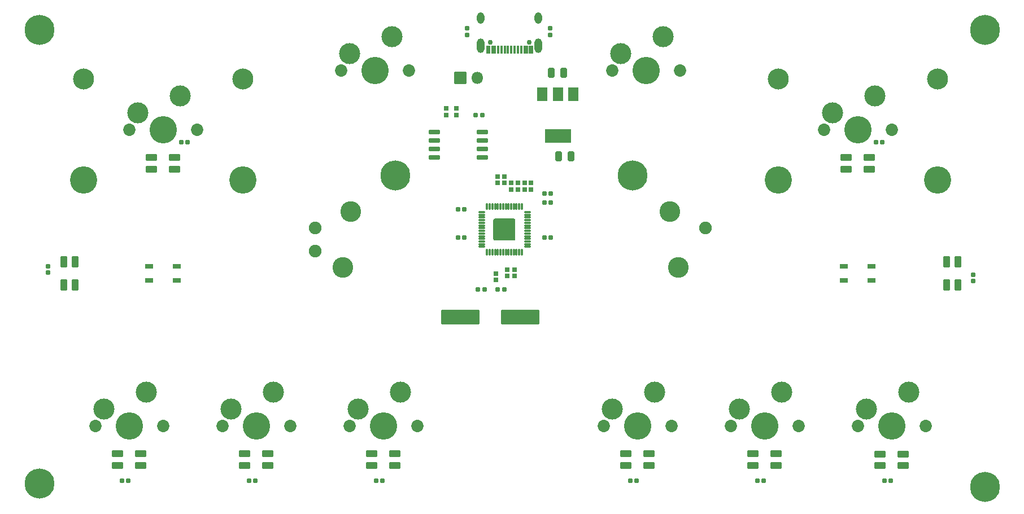
<source format=gbr>
G04 #@! TF.GenerationSoftware,KiCad,Pcbnew,(6.0.5)*
G04 #@! TF.CreationDate,2022-06-09T18:29:16+02:00*
G04 #@! TF.ProjectId,minigeki,6d696e69-6765-46b6-992e-6b696361645f,v3.0*
G04 #@! TF.SameCoordinates,Original*
G04 #@! TF.FileFunction,Soldermask,Top*
G04 #@! TF.FilePolarity,Negative*
%FSLAX46Y46*%
G04 Gerber Fmt 4.6, Leading zero omitted, Abs format (unit mm)*
G04 Created by KiCad (PCBNEW (6.0.5)) date 2022-06-09 18:29:16*
%MOMM*%
%LPD*%
G01*
G04 APERTURE LIST*
G04 Aperture macros list*
%AMRoundRect*
0 Rectangle with rounded corners*
0 $1 Rounding radius*
0 $2 $3 $4 $5 $6 $7 $8 $9 X,Y pos of 4 corners*
0 Add a 4 corners polygon primitive as box body*
4,1,4,$2,$3,$4,$5,$6,$7,$8,$9,$2,$3,0*
0 Add four circle primitives for the rounded corners*
1,1,$1+$1,$2,$3*
1,1,$1+$1,$4,$5*
1,1,$1+$1,$6,$7*
1,1,$1+$1,$8,$9*
0 Add four rect primitives between the rounded corners*
20,1,$1+$1,$2,$3,$4,$5,0*
20,1,$1+$1,$4,$5,$6,$7,0*
20,1,$1+$1,$6,$7,$8,$9,0*
20,1,$1+$1,$8,$9,$2,$3,0*%
G04 Aperture macros list end*
%ADD10RoundRect,0.294750X-0.243750X-0.456250X0.243750X-0.456250X0.243750X0.456250X-0.243750X0.456250X0*%
%ADD11RoundRect,0.051000X0.850000X-0.850000X0.850000X0.850000X-0.850000X0.850000X-0.850000X-0.850000X0*%
%ADD12O,1.802000X1.802000*%
%ADD13RoundRect,0.198500X0.172500X-0.147500X0.172500X0.147500X-0.172500X0.147500X-0.172500X-0.147500X0*%
%ADD14RoundRect,0.198500X0.147500X0.172500X-0.147500X0.172500X-0.147500X-0.172500X0.147500X-0.172500X0*%
%ADD15RoundRect,0.198500X-0.172500X0.147500X-0.172500X-0.147500X0.172500X-0.147500X0.172500X0.147500X0*%
%ADD16RoundRect,0.051000X-0.750000X1.000000X-0.750000X-1.000000X0.750000X-1.000000X0.750000X1.000000X0*%
%ADD17RoundRect,0.051000X-1.900000X1.000000X-1.900000X-1.000000X1.900000X-1.000000X1.900000X1.000000X0*%
%ADD18RoundRect,0.201000X-0.650000X-0.150000X0.650000X-0.150000X0.650000X0.150000X-0.650000X0.150000X0*%
%ADD19RoundRect,0.198500X-0.147500X-0.172500X0.147500X-0.172500X0.147500X0.172500X-0.147500X0.172500X0*%
%ADD20RoundRect,0.101000X-0.387500X-0.050000X0.387500X-0.050000X0.387500X0.050000X-0.387500X0.050000X0*%
%ADD21RoundRect,0.101000X-0.050000X-0.387500X0.050000X-0.387500X0.050000X0.387500X-0.050000X0.387500X0*%
%ADD22RoundRect,0.195000X-1.456000X-1.456000X1.456000X-1.456000X1.456000X1.456000X-1.456000X1.456000X0*%
%ADD23RoundRect,0.051000X-2.800000X-1.050000X2.800000X-1.050000X2.800000X1.050000X-2.800000X1.050000X0*%
%ADD24RoundRect,0.191000X0.140000X0.170000X-0.140000X0.170000X-0.140000X-0.170000X0.140000X-0.170000X0*%
%ADD25C,2.702000*%
%ADD26C,4.502000*%
%ADD27C,3.150000*%
%ADD28C,4.089800*%
%ADD29RoundRect,0.051000X0.800000X0.425000X-0.800000X0.425000X-0.800000X-0.425000X0.800000X-0.425000X0*%
%ADD30RoundRect,0.191000X-0.170000X0.140000X-0.170000X-0.140000X0.170000X-0.140000X0.170000X0.140000X0*%
%ADD31C,1.902000*%
%ADD32C,3.102000*%
%ADD33RoundRect,0.051000X-0.525000X-0.325000X0.525000X-0.325000X0.525000X0.325000X-0.525000X0.325000X0*%
%ADD34RoundRect,0.051000X-0.800000X-0.425000X0.800000X-0.425000X0.800000X0.425000X-0.800000X0.425000X0*%
%ADD35C,3.152000*%
%ADD36C,1.852000*%
%ADD37C,4.102000*%
%ADD38RoundRect,0.186000X-0.185000X0.135000X-0.185000X-0.135000X0.185000X-0.135000X0.185000X0.135000X0*%
%ADD39RoundRect,0.051000X-0.425000X0.800000X-0.425000X-0.800000X0.425000X-0.800000X0.425000X0.800000X0*%
%ADD40RoundRect,0.191000X-0.140000X-0.170000X0.140000X-0.170000X0.140000X0.170000X-0.140000X0.170000X0*%
%ADD41C,0.752000*%
%ADD42RoundRect,0.051000X0.150000X0.575000X-0.150000X0.575000X-0.150000X-0.575000X0.150000X-0.575000X0*%
%ADD43O,1.102000X2.202000*%
%ADD44O,1.102000X1.702000*%
%ADD45RoundRect,0.191000X0.170000X-0.140000X0.170000X0.140000X-0.170000X0.140000X-0.170000X-0.140000X0*%
%ADD46RoundRect,0.051000X0.425000X-0.800000X0.425000X0.800000X-0.425000X0.800000X-0.425000X-0.800000X0*%
G04 APERTURE END LIST*
D10*
X156403304Y-73582000D03*
X158278304Y-73582000D03*
D11*
X141722820Y-61871125D03*
D12*
X144262820Y-61871125D03*
D13*
X152315804Y-78582000D03*
X152315804Y-77612000D03*
X151315804Y-78582000D03*
X151315804Y-77612000D03*
D14*
X142315804Y-85782000D03*
X141345804Y-85782000D03*
X144985804Y-67412000D03*
X144015804Y-67412000D03*
D15*
X139561304Y-66412000D03*
X139561304Y-67382000D03*
D16*
X158615804Y-64282000D03*
D17*
X156315804Y-70582000D03*
D16*
X156315804Y-64282000D03*
X154015804Y-64282000D03*
D18*
X137765804Y-69952000D03*
X137765804Y-71222000D03*
X137765804Y-72492000D03*
X137765804Y-73762000D03*
X144965804Y-73762000D03*
X144965804Y-72492000D03*
X144965804Y-71222000D03*
X144965804Y-69952000D03*
D19*
X147315804Y-93582000D03*
X148285804Y-93582000D03*
D13*
X141085304Y-67382000D03*
X141085304Y-66412000D03*
X148315804Y-77582000D03*
X148315804Y-76612000D03*
D19*
X154315804Y-85782000D03*
X155285804Y-85782000D03*
D15*
X148696804Y-90582000D03*
X148696804Y-91552000D03*
X149315804Y-77612000D03*
X149315804Y-78582000D03*
X149815804Y-90582000D03*
X149815804Y-91552000D03*
D10*
X155315804Y-61082000D03*
X157190804Y-61082000D03*
D14*
X142315804Y-81582000D03*
X141345804Y-81582000D03*
D19*
X154315804Y-79182000D03*
X155285804Y-79182000D03*
D20*
X144878304Y-81982000D03*
X144878304Y-82382000D03*
X144878304Y-82782000D03*
X144878304Y-83182000D03*
X144878304Y-83582000D03*
X144878304Y-83982000D03*
X144878304Y-84382000D03*
X144878304Y-84782000D03*
X144878304Y-85182000D03*
X144878304Y-85582000D03*
X144878304Y-85982000D03*
X144878304Y-86382000D03*
X144878304Y-86782000D03*
X144878304Y-87182000D03*
D21*
X145715804Y-88019500D03*
X146115804Y-88019500D03*
X146515804Y-88019500D03*
X146915804Y-88019500D03*
X147315804Y-88019500D03*
X147715804Y-88019500D03*
X148115804Y-88019500D03*
X148515804Y-88019500D03*
X148915804Y-88019500D03*
X149315804Y-88019500D03*
X149715804Y-88019500D03*
X150115804Y-88019500D03*
X150515804Y-88019500D03*
X150915804Y-88019500D03*
D20*
X151753304Y-87182000D03*
X151753304Y-86782000D03*
X151753304Y-86382000D03*
X151753304Y-85982000D03*
X151753304Y-85582000D03*
X151753304Y-85182000D03*
X151753304Y-84782000D03*
X151753304Y-84382000D03*
X151753304Y-83982000D03*
X151753304Y-83582000D03*
X151753304Y-83182000D03*
X151753304Y-82782000D03*
X151753304Y-82382000D03*
X151753304Y-81982000D03*
D21*
X150915804Y-81144500D03*
X150515804Y-81144500D03*
X150115804Y-81144500D03*
X149715804Y-81144500D03*
X149315804Y-81144500D03*
X148915804Y-81144500D03*
X148515804Y-81144500D03*
X148115804Y-81144500D03*
X147715804Y-81144500D03*
X147315804Y-81144500D03*
X146915804Y-81144500D03*
X146515804Y-81144500D03*
X146115804Y-81144500D03*
X145715804Y-81144500D03*
D22*
X148315804Y-84582000D03*
D14*
X145315804Y-93582000D03*
X144345804Y-93582000D03*
D15*
X150315804Y-77612000D03*
X150315804Y-78582000D03*
D13*
X147315804Y-77582000D03*
X147315804Y-76612000D03*
D19*
X154315804Y-80582000D03*
X155285804Y-80582000D03*
D15*
X147015804Y-91212000D03*
X147015804Y-92182000D03*
D23*
X141656804Y-97698000D03*
X150656804Y-97698000D03*
D24*
X110958304Y-122301000D03*
X109998304Y-122301000D03*
D25*
X220333304Y-54610000D03*
D26*
X220333304Y-54610000D03*
D27*
X109081304Y-61976000D03*
D28*
X85205304Y-77186000D03*
X109081304Y-77186000D03*
D27*
X85205304Y-61976000D03*
D24*
X168108304Y-122301000D03*
X167148304Y-122301000D03*
D29*
X131913304Y-120001000D03*
X131913304Y-118251000D03*
X128413304Y-118251000D03*
X128413304Y-120001000D03*
X170013304Y-120001000D03*
X170013304Y-118251000D03*
X166513304Y-118251000D03*
X166513304Y-120001000D03*
D24*
X130008304Y-122301000D03*
X129048304Y-122301000D03*
D30*
X218613304Y-91341000D03*
X218613304Y-92301000D03*
D31*
X119963304Y-84356000D03*
X119963304Y-87856000D03*
X178463304Y-84356000D03*
D32*
X173113304Y-81906000D03*
X125313304Y-81906000D03*
X124053304Y-90306000D03*
X174373304Y-90306000D03*
D33*
X199208304Y-90111000D03*
X203358304Y-90111000D03*
X199208304Y-92261000D03*
X203358304Y-92261000D03*
D34*
X199533304Y-73801000D03*
X199533304Y-75551000D03*
X203033304Y-75551000D03*
X203033304Y-73801000D03*
D35*
X165723304Y-58166000D03*
D36*
X164453304Y-60706000D03*
X174613304Y-60706000D03*
D35*
X172073304Y-55626000D03*
D37*
X169533304Y-60706000D03*
D29*
X93813304Y-120001000D03*
X93813304Y-118251000D03*
X90313304Y-118251000D03*
X90313304Y-120001000D03*
D38*
X142747804Y-54417000D03*
X142747804Y-55437000D03*
D29*
X112863304Y-120001000D03*
X112863304Y-118251000D03*
X109363304Y-118251000D03*
X109363304Y-120001000D03*
D26*
X167501304Y-76454000D03*
D25*
X167501304Y-76454000D03*
D35*
X99683304Y-64516000D03*
D36*
X92063304Y-69596000D03*
D35*
X93333304Y-67056000D03*
D37*
X97143304Y-69596000D03*
D36*
X102223304Y-69596000D03*
D39*
X216313304Y-89436000D03*
X214563304Y-89436000D03*
X214563304Y-92936000D03*
X216313304Y-92936000D03*
D40*
X99838304Y-71501000D03*
X100798304Y-71501000D03*
D29*
X208113304Y-120031000D03*
X208113304Y-118281000D03*
X204613304Y-118281000D03*
X204613304Y-120031000D03*
D24*
X206208304Y-122301000D03*
X205248304Y-122301000D03*
D41*
X151987804Y-56514000D03*
X146207804Y-56514000D03*
D42*
X152447804Y-57579000D03*
X151647804Y-57579000D03*
X150347804Y-57579000D03*
X149347804Y-57579000D03*
X148847804Y-57579000D03*
X147847804Y-57579000D03*
X146547804Y-57579000D03*
X145747804Y-57579000D03*
X146047804Y-57579000D03*
X146847804Y-57579000D03*
X147347804Y-57579000D03*
X148347804Y-57579000D03*
X149847804Y-57579000D03*
X150847804Y-57579000D03*
X151347804Y-57579000D03*
X152147804Y-57579000D03*
D43*
X144777804Y-57014000D03*
D44*
X144777804Y-52834000D03*
X153417804Y-52834000D03*
D43*
X153417804Y-57014000D03*
D35*
X132703304Y-108966000D03*
D36*
X125083304Y-114046000D03*
D37*
X130163304Y-114046000D03*
D36*
X135243304Y-114046000D03*
D35*
X126353304Y-111506000D03*
D24*
X91908304Y-122301000D03*
X90948304Y-122301000D03*
D45*
X79923304Y-91031000D03*
X79923304Y-90071000D03*
D38*
X155193804Y-54417000D03*
X155193804Y-55437000D03*
D36*
X182233304Y-114046000D03*
X192393304Y-114046000D03*
D35*
X189853304Y-108966000D03*
X183503304Y-111506000D03*
D37*
X187313304Y-114046000D03*
D24*
X187158304Y-122301000D03*
X186198304Y-122301000D03*
D27*
X213221304Y-61976000D03*
X189345304Y-61976000D03*
D28*
X189345304Y-77186000D03*
X213221304Y-77186000D03*
D35*
X94603304Y-108966000D03*
X88253304Y-111506000D03*
D37*
X92063304Y-114046000D03*
D36*
X97143304Y-114046000D03*
X86983304Y-114046000D03*
D29*
X189063304Y-120001000D03*
X189063304Y-118251000D03*
X185563304Y-118251000D03*
X185563304Y-120001000D03*
D26*
X131941304Y-76454000D03*
D25*
X131941304Y-76454000D03*
D36*
X106033304Y-114046000D03*
D37*
X111113304Y-114046000D03*
D35*
X107303304Y-111506000D03*
D36*
X116193304Y-114046000D03*
D35*
X113653304Y-108966000D03*
D36*
X196203304Y-69596000D03*
D35*
X197473304Y-67056000D03*
D36*
X206363304Y-69596000D03*
D35*
X203823304Y-64516000D03*
D37*
X201283304Y-69596000D03*
D26*
X78601304Y-54610000D03*
D25*
X78601304Y-54610000D03*
D34*
X95393304Y-73801000D03*
X95393304Y-75551000D03*
X98893304Y-75551000D03*
X98893304Y-73801000D03*
D35*
X170803304Y-108966000D03*
D36*
X173343304Y-114046000D03*
X163183304Y-114046000D03*
D35*
X164453304Y-111506000D03*
D37*
X168263304Y-114046000D03*
D33*
X99218304Y-90111000D03*
X95068304Y-90111000D03*
X95068304Y-92261000D03*
X99218304Y-92261000D03*
D40*
X203978304Y-71501000D03*
X204938304Y-71501000D03*
D25*
X78601304Y-122682000D03*
D26*
X78601304Y-122682000D03*
D35*
X125083304Y-58166000D03*
D36*
X123813304Y-60706000D03*
X133973304Y-60706000D03*
D37*
X128893304Y-60706000D03*
D35*
X131433304Y-55626000D03*
D46*
X82223304Y-92936000D03*
X83973304Y-92936000D03*
X83973304Y-89436000D03*
X82223304Y-89436000D03*
D26*
X220333304Y-123190000D03*
D25*
X220333304Y-123190000D03*
D37*
X206363304Y-114046000D03*
D36*
X211443304Y-114046000D03*
X201283304Y-114046000D03*
D35*
X208903304Y-108966000D03*
X202553304Y-111506000D03*
M02*

</source>
